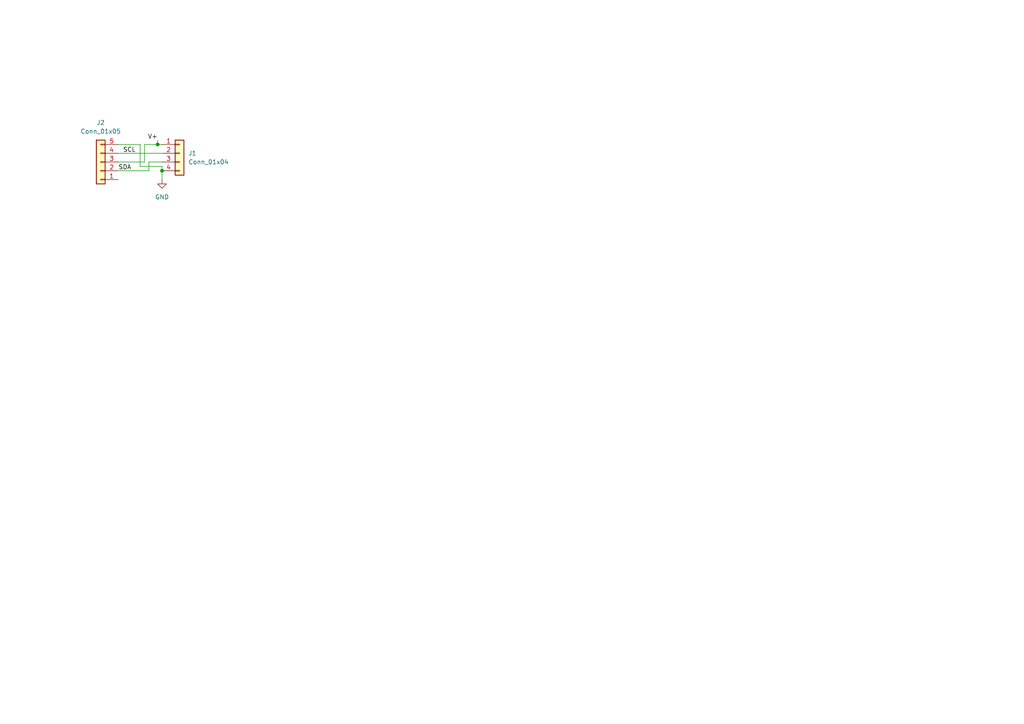
<source format=kicad_sch>
(kicad_sch (version 20230121) (generator eeschema)
  (paper "A4")
  (lib_symbols
    (symbol "Connector_Generic:Conn_01x04" (pin_names (offset 1.016) hide)
      (property "Reference" "J" (at 0 5.08 0))
      (property "Value" "Conn_01x04" (at 0 -7.62 0))
      (symbol "Conn_01x04_1_1"
        (rectangle (start -1.27 -4.953) (end 0 -5.207) (stroke (width 0.1524)))
        (rectangle (start -1.27 -2.413) (end 0 -2.667) (stroke (width 0.1524)))
        (rectangle (start -1.27 0.127) (end 0 -0.127) (stroke (width 0.1524)))
        (rectangle (start -1.27 2.667) (end 0 2.413) (stroke (width 0.1524)))
        (rectangle (start -1.27 3.81) (end 1.27 -6.35) (stroke (width 0.254)) (fill (type background)))
        (pin passive line (at -5.08 2.54 0) (length 3.81) (name "Pin_1") (number "1"))
        (pin passive line (at -5.08 0 0) (length 3.81) (name "Pin_2") (number "2"))
        (pin passive line (at -5.08 -2.54 0) (length 3.81) (name "Pin_3") (number "3"))
        (pin passive line (at -5.08 -5.08 0) (length 3.81) (name "Pin_4") (number "4"))
      )
    )
    (symbol "Connector_Generic:Conn_01x05" (pin_names (offset 1.016) hide)
      (property "Reference" "J" (at 0 7.62 0))
      (property "Value" "Conn_01x05" (at 0 -7.62 0))
      (symbol "Conn_01x05_1_1"
        (rectangle (start -1.27 -4.953) (end 0 -5.207) (stroke (width 0.1524)))
        (rectangle (start -1.27 -2.413) (end 0 -2.667) (stroke (width 0.1524)))
        (rectangle (start -1.27 0.127) (end 0 -0.127) (stroke (width 0.1524)))
        (rectangle (start -1.27 2.667) (end 0 2.413) (stroke (width 0.1524)))
        (rectangle (start -1.27 5.207) (end 0 4.953) (stroke (width 0.1524)))
        (rectangle (start -1.27 6.35) (end 1.27 -6.35) (stroke (width 0.254)) (fill (type background)))
        (pin passive line (at -5.08 5.08 0) (length 3.81) (name "Pin_1") (number "1"))
        (pin passive line (at -5.08 2.54 0) (length 3.81) (name "Pin_2") (number "2"))
        (pin passive line (at -5.08 0 0) (length 3.81) (name "Pin_3") (number "3"))
        (pin passive line (at -5.08 -2.54 0) (length 3.81) (name "Pin_4") (number "4"))
        (pin passive line (at -5.08 -5.08 0) (length 3.81) (name "Pin_5") (number "5"))
      )
    )
    (symbol "power:GND" (power) (pin_names (offset 0))
      (property "Value" "GND" (at 0 -3.81 0))
      (symbol "GND_0_1"
        (polyline (pts (xy 0 0) (xy 0 -1.27) (xy 1.27 -1.27) (xy 0 -2.54) (xy -1.27 -1.27) (xy 0 -1.27)))
      )
      (symbol "GND_1_1"
        (pin power_in line (at 0 0 270) (length 0) hide (name "GND") (number "1"))
      )
    )
  )
  (junction (at 45.72 41.91))
  (junction (at 46.99 49.53))
  (wire (pts (xy 34.29 44.45) (xy 46.99 44.45)))
  (wire (pts (xy 45.72 41.91) (xy 46.99 41.91)))
  (wire (pts (xy 34.29 49.53) (xy 43.18 49.53)))
  (wire (pts (xy 41.91 41.91) (xy 45.72 41.91)))
  (wire (pts (xy 46.99 52.07) (xy 46.99 49.53)))
  (wire (pts (xy 34.29 41.91) (xy 40.64 41.91)))
  (wire (pts (xy 40.64 41.91) (xy 40.64 48.26)))
  (wire (pts (xy 40.64 48.26) (xy 46.99 48.26)))
  (wire (pts (xy 45.72 40.64) (xy 45.72 41.91)))
  (wire (pts (xy 43.18 49.53) (xy 43.18 46.99)))
  (wire (pts (xy 41.91 46.99) (xy 41.91 41.91)))
  (wire (pts (xy 43.18 46.99) (xy 46.99 46.99)))
  (wire (pts (xy 34.29 46.99) (xy 41.91 46.99)))
  (wire (pts (xy 46.99 48.26) (xy 46.99 49.53)))
  (label "SCL" (at 39.37 44.45 180))
  (label "V+" (at 45.72 40.64 180))
  (label "SDA" (at 38.1 49.53 180))
  (symbol (lib_id "Connector_Generic:Conn_01x05") (at 29.21 46.99 180) (unit 1)
    (property "Reference" "J2" (at 29.21 35.56 0))
    (property "Value" "Conn_01x05" (at 29.21 38.1 0))
    (property "Footprint" "Library:KellerConnector" (effects hide))
  )
  (symbol (lib_id "power:GND") (at 46.99 52.07 0) (unit 1)
    (property "Reference" "#PWR0101" (effects hide))
    (property "Value" "GND" (at 46.99 57.15 0))
  )
  (symbol (lib_id "Connector_Generic:Conn_01x04") (at 52.07 44.45 0) (unit 1)
    (property "Reference" "J1" (at 54.61 44.4499 0) (effects (justify left)))
    (property "Value" "Conn_01x04" (at 54.61 46.9899 0) (effects (justify left)))
    (property "Footprint" "Connector_Molex:Molex_PicoBlade_53261-0471_1x04-1MP_P1.25mm_Horizontal" (effects hide))
    (property "Datasheet" "15134-0400" (effects hide))
  )
)
</source>
